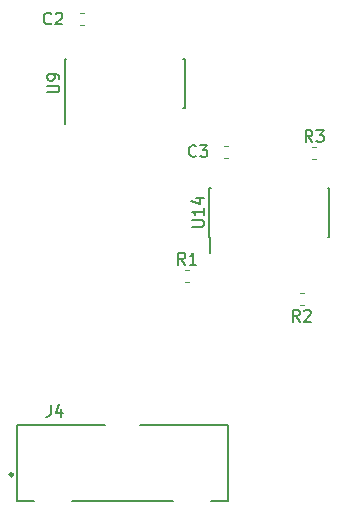
<source format=gbr>
%TF.GenerationSoftware,KiCad,Pcbnew,(5.1.12)-1*%
%TF.CreationDate,2021-11-30T21:21:33-06:00*%
%TF.ProjectId,MA710_encoder,4d413731-305f-4656-9e63-6f6465722e6b,rev?*%
%TF.SameCoordinates,Original*%
%TF.FileFunction,Legend,Top*%
%TF.FilePolarity,Positive*%
%FSLAX46Y46*%
G04 Gerber Fmt 4.6, Leading zero omitted, Abs format (unit mm)*
G04 Created by KiCad (PCBNEW (5.1.12)-1) date 2021-11-30 21:21:33*
%MOMM*%
%LPD*%
G01*
G04 APERTURE LIST*
%ADD10C,0.150000*%
%ADD11C,0.127000*%
%ADD12C,0.280000*%
%ADD13C,0.120000*%
G04 APERTURE END LIST*
D10*
%TO.C,U14*%
X171734000Y-118407000D02*
X171734000Y-119782000D01*
X181859000Y-118407000D02*
X181859000Y-114257000D01*
X171709000Y-118407000D02*
X171709000Y-114257000D01*
X181859000Y-118407000D02*
X181754000Y-118407000D01*
X181859000Y-114257000D02*
X181754000Y-114257000D01*
X171709000Y-114257000D02*
X171814000Y-114257000D01*
X171709000Y-118407000D02*
X171734000Y-118407000D01*
%TO.C,U9*%
X159478500Y-107485000D02*
X159478500Y-108860000D01*
X169603500Y-107485000D02*
X169603500Y-103335000D01*
X159453500Y-107485000D02*
X159453500Y-103335000D01*
X169603500Y-107485000D02*
X169498500Y-107485000D01*
X169603500Y-103335000D02*
X169498500Y-103335000D01*
X159453500Y-103335000D02*
X159558500Y-103335000D01*
X159453500Y-107485000D02*
X159478500Y-107485000D01*
D11*
%TO.C,J4*%
X173238000Y-134311000D02*
X173238000Y-140771000D01*
X155438000Y-140771000D02*
X155438000Y-134311000D01*
X173238000Y-134311000D02*
X165838000Y-134311000D01*
X155438000Y-134311000D02*
X162838000Y-134311000D01*
X173238000Y-140771000D02*
X171838000Y-140771000D01*
X155438000Y-140771000D02*
X156838000Y-140771000D01*
X168638000Y-140771000D02*
X160038000Y-140771000D01*
D12*
X155078000Y-138541000D02*
G75*
G03*
X155078000Y-138541000I-140000J0D01*
G01*
D13*
%TO.C,R3*%
X180756779Y-110805500D02*
X180431221Y-110805500D01*
X180756779Y-111825500D02*
X180431221Y-111825500D01*
%TO.C,R2*%
X179677279Y-123188000D02*
X179351721Y-123188000D01*
X179677279Y-124208000D02*
X179351721Y-124208000D01*
%TO.C,R1*%
X169661721Y-122239500D02*
X169987279Y-122239500D01*
X169661721Y-121219500D02*
X169987279Y-121219500D01*
%TO.C,C3*%
X172976221Y-111698500D02*
X173301779Y-111698500D01*
X172976221Y-110678500D02*
X173301779Y-110678500D01*
%TO.C,C2*%
X160720721Y-100459000D02*
X161046279Y-100459000D01*
X160720721Y-99439000D02*
X161046279Y-99439000D01*
%TO.C,U14*%
D10*
X170236380Y-117570095D02*
X171045904Y-117570095D01*
X171141142Y-117522476D01*
X171188761Y-117474857D01*
X171236380Y-117379619D01*
X171236380Y-117189142D01*
X171188761Y-117093904D01*
X171141142Y-117046285D01*
X171045904Y-116998666D01*
X170236380Y-116998666D01*
X171236380Y-115998666D02*
X171236380Y-116570095D01*
X171236380Y-116284380D02*
X170236380Y-116284380D01*
X170379238Y-116379619D01*
X170474476Y-116474857D01*
X170522095Y-116570095D01*
X170569714Y-115141523D02*
X171236380Y-115141523D01*
X170188761Y-115379619D02*
X170903047Y-115617714D01*
X170903047Y-114998666D01*
%TO.C,U9*%
X157980880Y-106171904D02*
X158790404Y-106171904D01*
X158885642Y-106124285D01*
X158933261Y-106076666D01*
X158980880Y-105981428D01*
X158980880Y-105790952D01*
X158933261Y-105695714D01*
X158885642Y-105648095D01*
X158790404Y-105600476D01*
X157980880Y-105600476D01*
X158980880Y-105076666D02*
X158980880Y-104886190D01*
X158933261Y-104790952D01*
X158885642Y-104743333D01*
X158742785Y-104648095D01*
X158552309Y-104600476D01*
X158171357Y-104600476D01*
X158076119Y-104648095D01*
X158028500Y-104695714D01*
X157980880Y-104790952D01*
X157980880Y-104981428D01*
X158028500Y-105076666D01*
X158076119Y-105124285D01*
X158171357Y-105171904D01*
X158409452Y-105171904D01*
X158504690Y-105124285D01*
X158552309Y-105076666D01*
X158599928Y-104981428D01*
X158599928Y-104790952D01*
X158552309Y-104695714D01*
X158504690Y-104648095D01*
X158409452Y-104600476D01*
%TO.C,J4*%
X158267625Y-132648684D02*
X158267625Y-133364387D01*
X158219911Y-133507527D01*
X158124484Y-133602954D01*
X157981344Y-133650668D01*
X157885917Y-133650668D01*
X159174182Y-132982679D02*
X159174182Y-133650668D01*
X158935614Y-132600970D02*
X158697047Y-133316673D01*
X159317322Y-133316673D01*
%TO.C,R3*%
X180427333Y-110370880D02*
X180094000Y-109894690D01*
X179855904Y-110370880D02*
X179855904Y-109370880D01*
X180236857Y-109370880D01*
X180332095Y-109418500D01*
X180379714Y-109466119D01*
X180427333Y-109561357D01*
X180427333Y-109704214D01*
X180379714Y-109799452D01*
X180332095Y-109847071D01*
X180236857Y-109894690D01*
X179855904Y-109894690D01*
X180760666Y-109370880D02*
X181379714Y-109370880D01*
X181046380Y-109751833D01*
X181189238Y-109751833D01*
X181284476Y-109799452D01*
X181332095Y-109847071D01*
X181379714Y-109942309D01*
X181379714Y-110180404D01*
X181332095Y-110275642D01*
X181284476Y-110323261D01*
X181189238Y-110370880D01*
X180903523Y-110370880D01*
X180808285Y-110323261D01*
X180760666Y-110275642D01*
%TO.C,R2*%
X179347833Y-125580380D02*
X179014500Y-125104190D01*
X178776404Y-125580380D02*
X178776404Y-124580380D01*
X179157357Y-124580380D01*
X179252595Y-124628000D01*
X179300214Y-124675619D01*
X179347833Y-124770857D01*
X179347833Y-124913714D01*
X179300214Y-125008952D01*
X179252595Y-125056571D01*
X179157357Y-125104190D01*
X178776404Y-125104190D01*
X179728785Y-124675619D02*
X179776404Y-124628000D01*
X179871642Y-124580380D01*
X180109738Y-124580380D01*
X180204976Y-124628000D01*
X180252595Y-124675619D01*
X180300214Y-124770857D01*
X180300214Y-124866095D01*
X180252595Y-125008952D01*
X179681166Y-125580380D01*
X180300214Y-125580380D01*
%TO.C,R1*%
X169657833Y-120751880D02*
X169324500Y-120275690D01*
X169086404Y-120751880D02*
X169086404Y-119751880D01*
X169467357Y-119751880D01*
X169562595Y-119799500D01*
X169610214Y-119847119D01*
X169657833Y-119942357D01*
X169657833Y-120085214D01*
X169610214Y-120180452D01*
X169562595Y-120228071D01*
X169467357Y-120275690D01*
X169086404Y-120275690D01*
X170610214Y-120751880D02*
X170038785Y-120751880D01*
X170324500Y-120751880D02*
X170324500Y-119751880D01*
X170229261Y-119894738D01*
X170134023Y-119989976D01*
X170038785Y-120037595D01*
%TO.C,C3*%
X170572333Y-111545642D02*
X170524714Y-111593261D01*
X170381857Y-111640880D01*
X170286619Y-111640880D01*
X170143761Y-111593261D01*
X170048523Y-111498023D01*
X170000904Y-111402785D01*
X169953285Y-111212309D01*
X169953285Y-111069452D01*
X170000904Y-110878976D01*
X170048523Y-110783738D01*
X170143761Y-110688500D01*
X170286619Y-110640880D01*
X170381857Y-110640880D01*
X170524714Y-110688500D01*
X170572333Y-110736119D01*
X170905666Y-110640880D02*
X171524714Y-110640880D01*
X171191380Y-111021833D01*
X171334238Y-111021833D01*
X171429476Y-111069452D01*
X171477095Y-111117071D01*
X171524714Y-111212309D01*
X171524714Y-111450404D01*
X171477095Y-111545642D01*
X171429476Y-111593261D01*
X171334238Y-111640880D01*
X171048523Y-111640880D01*
X170953285Y-111593261D01*
X170905666Y-111545642D01*
%TO.C,C2*%
X158304333Y-100331142D02*
X158256714Y-100378761D01*
X158113857Y-100426380D01*
X158018619Y-100426380D01*
X157875761Y-100378761D01*
X157780523Y-100283523D01*
X157732904Y-100188285D01*
X157685285Y-99997809D01*
X157685285Y-99854952D01*
X157732904Y-99664476D01*
X157780523Y-99569238D01*
X157875761Y-99474000D01*
X158018619Y-99426380D01*
X158113857Y-99426380D01*
X158256714Y-99474000D01*
X158304333Y-99521619D01*
X158685285Y-99521619D02*
X158732904Y-99474000D01*
X158828142Y-99426380D01*
X159066238Y-99426380D01*
X159161476Y-99474000D01*
X159209095Y-99521619D01*
X159256714Y-99616857D01*
X159256714Y-99712095D01*
X159209095Y-99854952D01*
X158637666Y-100426380D01*
X159256714Y-100426380D01*
%TD*%
M02*

</source>
